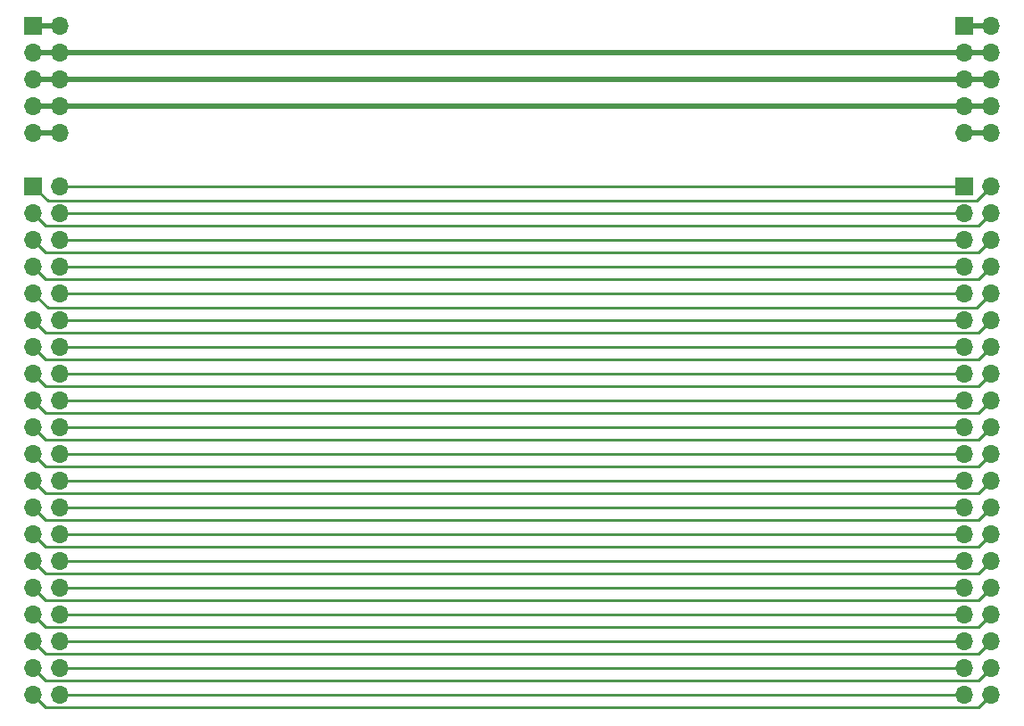
<source format=gbr>
%TF.GenerationSoftware,KiCad,Pcbnew,(6.0.4)*%
%TF.CreationDate,2022-06-04T07:03:01+03:00*%
%TF.ProjectId,Extension,45787465-6e73-4696-9f6e-2e6b69636164,rev?*%
%TF.SameCoordinates,Original*%
%TF.FileFunction,Copper,L1,Top*%
%TF.FilePolarity,Positive*%
%FSLAX46Y46*%
G04 Gerber Fmt 4.6, Leading zero omitted, Abs format (unit mm)*
G04 Created by KiCad (PCBNEW (6.0.4)) date 2022-06-04 07:03:01*
%MOMM*%
%LPD*%
G01*
G04 APERTURE LIST*
%TA.AperFunction,ComponentPad*%
%ADD10R,1.700000X1.700000*%
%TD*%
%TA.AperFunction,ComponentPad*%
%ADD11O,1.700000X1.700000*%
%TD*%
%TA.AperFunction,Conductor*%
%ADD12C,0.508000*%
%TD*%
%TA.AperFunction,Conductor*%
%ADD13C,0.250000*%
%TD*%
G04 APERTURE END LIST*
D10*
%TO.P,J3,1,Pin_1*%
%TO.N,/gnd*%
X187955000Y-59060000D03*
D11*
%TO.P,J3,2,Pin_2*%
X190495000Y-59060000D03*
%TO.P,J3,3,Pin_3*%
%TO.N,/+5V*%
X187955000Y-61600000D03*
%TO.P,J3,4,Pin_4*%
X190495000Y-61600000D03*
%TO.P,J3,5,Pin_5*%
%TO.N,/+12V*%
X187955000Y-64140000D03*
%TO.P,J3,6,Pin_6*%
X190495000Y-64140000D03*
%TO.P,J3,7,Pin_7*%
%TO.N,/v1*%
X187955000Y-66680000D03*
%TO.P,J3,8,Pin_8*%
X190495000Y-66680000D03*
%TO.P,J3,9,Pin_9*%
%TO.N,/gnd*%
X187955000Y-69220000D03*
%TO.P,J3,10,Pin_10*%
X190495000Y-69220000D03*
%TD*%
D10*
%TO.P,J4,1,Pin_1*%
%TO.N,/a01*%
X187960000Y-74295000D03*
D11*
%TO.P,J4,2,Pin_2*%
%TO.N,/a00*%
X190500000Y-74295000D03*
%TO.P,J4,3,Pin_3*%
%TO.N,/a03*%
X187960000Y-76835000D03*
%TO.P,J4,4,Pin_4*%
%TO.N,/a02*%
X190500000Y-76835000D03*
%TO.P,J4,5,Pin_5*%
%TO.N,/a05*%
X187960000Y-79375000D03*
%TO.P,J4,6,Pin_6*%
%TO.N,/a04*%
X190500000Y-79375000D03*
%TO.P,J4,7,Pin_7*%
%TO.N,/a07*%
X187960000Y-81915000D03*
%TO.P,J4,8,Pin_8*%
%TO.N,/a06*%
X190500000Y-81915000D03*
%TO.P,J4,9,Pin_9*%
%TO.N,/a09*%
X187960000Y-84455000D03*
%TO.P,J4,10,Pin_10*%
%TO.N,/a08*%
X190500000Y-84455000D03*
%TO.P,J4,11,Pin_11*%
%TO.N,/a11*%
X187960000Y-86995000D03*
%TO.P,J4,12,Pin_12*%
%TO.N,/a10*%
X190500000Y-86995000D03*
%TO.P,J4,13,Pin_13*%
%TO.N,/a13*%
X187960000Y-89535000D03*
%TO.P,J4,14,Pin_14*%
%TO.N,/a12*%
X190500000Y-89535000D03*
%TO.P,J4,15,Pin_15*%
%TO.N,/a15*%
X187960000Y-92075000D03*
%TO.P,J4,16,Pin_16*%
%TO.N,/a14*%
X190500000Y-92075000D03*
%TO.P,J4,17,Pin_17*%
%TO.N,/d01*%
X187960000Y-94615000D03*
%TO.P,J4,18,Pin_18*%
%TO.N,/d00*%
X190500000Y-94615000D03*
%TO.P,J4,19,Pin_19*%
%TO.N,/d03*%
X187960000Y-97155000D03*
%TO.P,J4,20,Pin_20*%
%TO.N,/d02*%
X190500000Y-97155000D03*
%TO.P,J4,21,Pin_21*%
%TO.N,/d05*%
X187960000Y-99695000D03*
%TO.P,J4,22,Pin_22*%
%TO.N,/d04*%
X190500000Y-99695000D03*
%TO.P,J4,23,Pin_23*%
%TO.N,/d07*%
X187960000Y-102235000D03*
%TO.P,J4,24,Pin_24*%
%TO.N,/d06*%
X190500000Y-102235000D03*
%TO.P,J4,25,Pin_25*%
%TO.N,/wr*%
X187960000Y-104775000D03*
%TO.P,J4,26,Pin_26*%
%TO.N,/mreq*%
X190500000Y-104775000D03*
%TO.P,J4,27,Pin_27*%
%TO.N,/rd*%
X187960000Y-107315000D03*
%TO.P,J4,28,Pin_28*%
%TO.N,/iorq*%
X190500000Y-107315000D03*
%TO.P,J4,29,Pin_29*%
%TO.N,/busack*%
X187960000Y-109855000D03*
%TO.P,J4,30,Pin_30*%
%TO.N,/busrq*%
X190500000Y-109855000D03*
%TO.P,J4,31,Pin_31*%
%TO.N,/halt*%
X187960000Y-112395000D03*
%TO.P,J4,32,Pin_32*%
%TO.N,/wait*%
X190500000Y-112395000D03*
%TO.P,J4,33,Pin_33*%
%TO.N,/int*%
X187960000Y-114935000D03*
%TO.P,J4,34,Pin_34*%
%TO.N,/nmi*%
X190500000Y-114935000D03*
%TO.P,J4,35,Pin_35*%
%TO.N,/s1*%
X187960000Y-117475000D03*
%TO.P,J4,36,Pin_36*%
%TO.N,/s0*%
X190500000Y-117475000D03*
%TO.P,J4,37,Pin_37*%
%TO.N,/m1*%
X187960000Y-120015000D03*
%TO.P,J4,38,Pin_38*%
%TO.N,/s2*%
X190500000Y-120015000D03*
%TO.P,J4,39,Pin_39*%
%TO.N,/clk*%
X187960000Y-122555000D03*
%TO.P,J4,40,Pin_40*%
%TO.N,/reset*%
X190500000Y-122555000D03*
%TD*%
D10*
%TO.P,J2,1,Pin_1*%
%TO.N,/a00*%
X99695000Y-74295000D03*
D11*
%TO.P,J2,2,Pin_2*%
%TO.N,/a01*%
X102235000Y-74295000D03*
%TO.P,J2,3,Pin_3*%
%TO.N,/a02*%
X99695000Y-76835000D03*
%TO.P,J2,4,Pin_4*%
%TO.N,/a03*%
X102235000Y-76835000D03*
%TO.P,J2,5,Pin_5*%
%TO.N,/a04*%
X99695000Y-79375000D03*
%TO.P,J2,6,Pin_6*%
%TO.N,/a05*%
X102235000Y-79375000D03*
%TO.P,J2,7,Pin_7*%
%TO.N,/a06*%
X99695000Y-81915000D03*
%TO.P,J2,8,Pin_8*%
%TO.N,/a07*%
X102235000Y-81915000D03*
%TO.P,J2,9,Pin_9*%
%TO.N,/a08*%
X99695000Y-84455000D03*
%TO.P,J2,10,Pin_10*%
%TO.N,/a09*%
X102235000Y-84455000D03*
%TO.P,J2,11,Pin_11*%
%TO.N,/a10*%
X99695000Y-86995000D03*
%TO.P,J2,12,Pin_12*%
%TO.N,/a11*%
X102235000Y-86995000D03*
%TO.P,J2,13,Pin_13*%
%TO.N,/a12*%
X99695000Y-89535000D03*
%TO.P,J2,14,Pin_14*%
%TO.N,/a13*%
X102235000Y-89535000D03*
%TO.P,J2,15,Pin_15*%
%TO.N,/a14*%
X99695000Y-92075000D03*
%TO.P,J2,16,Pin_16*%
%TO.N,/a15*%
X102235000Y-92075000D03*
%TO.P,J2,17,Pin_17*%
%TO.N,/d00*%
X99695000Y-94615000D03*
%TO.P,J2,18,Pin_18*%
%TO.N,/d01*%
X102235000Y-94615000D03*
%TO.P,J2,19,Pin_19*%
%TO.N,/d02*%
X99695000Y-97155000D03*
%TO.P,J2,20,Pin_20*%
%TO.N,/d03*%
X102235000Y-97155000D03*
%TO.P,J2,21,Pin_21*%
%TO.N,/d04*%
X99695000Y-99695000D03*
%TO.P,J2,22,Pin_22*%
%TO.N,/d05*%
X102235000Y-99695000D03*
%TO.P,J2,23,Pin_23*%
%TO.N,/d06*%
X99695000Y-102235000D03*
%TO.P,J2,24,Pin_24*%
%TO.N,/d07*%
X102235000Y-102235000D03*
%TO.P,J2,25,Pin_25*%
%TO.N,/mreq*%
X99695000Y-104775000D03*
%TO.P,J2,26,Pin_26*%
%TO.N,/wr*%
X102235000Y-104775000D03*
%TO.P,J2,27,Pin_27*%
%TO.N,/iorq*%
X99695000Y-107315000D03*
%TO.P,J2,28,Pin_28*%
%TO.N,/rd*%
X102235000Y-107315000D03*
%TO.P,J2,29,Pin_29*%
%TO.N,/busrq*%
X99695000Y-109855000D03*
%TO.P,J2,30,Pin_30*%
%TO.N,/busack*%
X102235000Y-109855000D03*
%TO.P,J2,31,Pin_31*%
%TO.N,/wait*%
X99695000Y-112395000D03*
%TO.P,J2,32,Pin_32*%
%TO.N,/halt*%
X102235000Y-112395000D03*
%TO.P,J2,33,Pin_33*%
%TO.N,/nmi*%
X99695000Y-114935000D03*
%TO.P,J2,34,Pin_34*%
%TO.N,/int*%
X102235000Y-114935000D03*
%TO.P,J2,35,Pin_35*%
%TO.N,/s0*%
X99695000Y-117475000D03*
%TO.P,J2,36,Pin_36*%
%TO.N,/s1*%
X102235000Y-117475000D03*
%TO.P,J2,37,Pin_37*%
%TO.N,/s2*%
X99695000Y-120015000D03*
%TO.P,J2,38,Pin_38*%
%TO.N,/m1*%
X102235000Y-120015000D03*
%TO.P,J2,39,Pin_39*%
%TO.N,/reset*%
X99695000Y-122555000D03*
%TO.P,J2,40,Pin_40*%
%TO.N,/clk*%
X102235000Y-122555000D03*
%TD*%
D10*
%TO.P,J1,1,Pin_1*%
%TO.N,/gnd*%
X99690000Y-59060000D03*
D11*
%TO.P,J1,2,Pin_2*%
X102230000Y-59060000D03*
%TO.P,J1,3,Pin_3*%
%TO.N,/+5V*%
X99690000Y-61600000D03*
%TO.P,J1,4,Pin_4*%
X102230000Y-61600000D03*
%TO.P,J1,5,Pin_5*%
%TO.N,/+12V*%
X99690000Y-64140000D03*
%TO.P,J1,6,Pin_6*%
X102230000Y-64140000D03*
%TO.P,J1,7,Pin_7*%
%TO.N,/v1*%
X99690000Y-66680000D03*
%TO.P,J1,8,Pin_8*%
X102230000Y-66680000D03*
%TO.P,J1,9,Pin_9*%
%TO.N,/gnd*%
X99690000Y-69220000D03*
%TO.P,J1,10,Pin_10*%
X102230000Y-69220000D03*
%TD*%
D12*
%TO.N,/gnd*%
X99690000Y-59060000D02*
X102230000Y-59060000D01*
X99690000Y-69220000D02*
X102230000Y-69220000D01*
X187955000Y-59060000D02*
X190495000Y-59060000D01*
X187955000Y-69220000D02*
X190495000Y-69220000D01*
%TO.N,/+5V*%
X102230000Y-61600000D02*
X187955000Y-61600000D01*
X99690000Y-61600000D02*
X102230000Y-61600000D01*
X187955000Y-61600000D02*
X190495000Y-61600000D01*
%TO.N,/+12V*%
X187955000Y-64140000D02*
X190495000Y-64140000D01*
X102230000Y-64140000D02*
X187955000Y-64140000D01*
X99690000Y-64140000D02*
X102230000Y-64140000D01*
%TO.N,/v1*%
X187955000Y-66680000D02*
X190495000Y-66680000D01*
X102230000Y-66680000D02*
X187955000Y-66680000D01*
X99690000Y-66680000D02*
X102230000Y-66680000D01*
D13*
%TO.N,/a00*%
X99695000Y-74295000D02*
X101060489Y-75660489D01*
X101060489Y-75660489D02*
X189134511Y-75660489D01*
X189134511Y-75660489D02*
X190500000Y-74295000D01*
%TO.N,/a01*%
X102235000Y-74295000D02*
X187960000Y-74295000D01*
%TO.N,/a02*%
X189325489Y-78009511D02*
X100869511Y-78009511D01*
X100869511Y-78009511D02*
X99695000Y-76835000D01*
X190500000Y-76835000D02*
X189325489Y-78009511D01*
%TO.N,/a03*%
X102235000Y-76835000D02*
X187960000Y-76835000D01*
%TO.N,/a04*%
X99695000Y-79375000D02*
X100869511Y-80549511D01*
X189325489Y-80549511D02*
X190500000Y-79375000D01*
X100869511Y-80549511D02*
X189325489Y-80549511D01*
%TO.N,/a05*%
X102235000Y-79375000D02*
X187960000Y-79375000D01*
%TO.N,/a06*%
X189325489Y-83089511D02*
X100869511Y-83089511D01*
X100869511Y-83089511D02*
X99695000Y-81915000D01*
X190500000Y-81915000D02*
X189325489Y-83089511D01*
%TO.N,/a07*%
X187960000Y-81915000D02*
X102235000Y-81915000D01*
%TO.N,/a08*%
X189134511Y-85820489D02*
X190500000Y-84455000D01*
X101060489Y-85820489D02*
X189134511Y-85820489D01*
X99695000Y-84455000D02*
X101060489Y-85820489D01*
%TO.N,/a09*%
X102235000Y-84455000D02*
X187960000Y-84455000D01*
%TO.N,/a10*%
X100869511Y-88169511D02*
X99695000Y-86995000D01*
X189325489Y-88169511D02*
X100869511Y-88169511D01*
X190500000Y-86995000D02*
X189325489Y-88169511D01*
%TO.N,/a11*%
X187960000Y-86995000D02*
X102235000Y-86995000D01*
%TO.N,/a12*%
X189325489Y-90709511D02*
X190500000Y-89535000D01*
X100869511Y-90709511D02*
X189325489Y-90709511D01*
X99695000Y-89535000D02*
X100869511Y-90709511D01*
%TO.N,/a13*%
X102235000Y-89535000D02*
X187960000Y-89535000D01*
%TO.N,/a14*%
X99695000Y-92075000D02*
X100869511Y-93249511D01*
X189325489Y-93249511D02*
X190500000Y-92075000D01*
X100869511Y-93249511D02*
X189325489Y-93249511D01*
%TO.N,/a15*%
X187960000Y-92075000D02*
X102235000Y-92075000D01*
%TO.N,/d00*%
X100869511Y-95789511D02*
X189325489Y-95789511D01*
X189325489Y-95789511D02*
X190500000Y-94615000D01*
X99695000Y-94615000D02*
X100869511Y-95789511D01*
%TO.N,/d01*%
X102235000Y-94615000D02*
X187960000Y-94615000D01*
%TO.N,/d02*%
X189325489Y-98329511D02*
X190500000Y-97155000D01*
X99695000Y-97155000D02*
X100869511Y-98329511D01*
X100869511Y-98329511D02*
X189325489Y-98329511D01*
%TO.N,/d03*%
X187960000Y-97155000D02*
X102235000Y-97155000D01*
%TO.N,/d04*%
X100869511Y-100869511D02*
X189325489Y-100869511D01*
X189325489Y-100869511D02*
X190500000Y-99695000D01*
X99695000Y-99695000D02*
X100869511Y-100869511D01*
%TO.N,/d05*%
X102235000Y-99695000D02*
X187960000Y-99695000D01*
%TO.N,/d06*%
X99695000Y-102235000D02*
X100869511Y-103409511D01*
X100869511Y-103409511D02*
X189325489Y-103409511D01*
X189325489Y-103409511D02*
X190500000Y-102235000D01*
%TO.N,/d07*%
X187960000Y-102235000D02*
X102235000Y-102235000D01*
%TO.N,/mreq*%
X100869511Y-105949511D02*
X189325489Y-105949511D01*
X99695000Y-104775000D02*
X100869511Y-105949511D01*
X189325489Y-105949511D02*
X190500000Y-104775000D01*
%TO.N,/wr*%
X102235000Y-104775000D02*
X187960000Y-104775000D01*
%TO.N,/iorq*%
X99695000Y-107315000D02*
X100869511Y-108489511D01*
X189325489Y-108489511D02*
X190500000Y-107315000D01*
X100869511Y-108489511D02*
X189325489Y-108489511D01*
%TO.N,/rd*%
X187960000Y-107315000D02*
X102235000Y-107315000D01*
%TO.N,/busrq*%
X99695000Y-109855000D02*
X100869511Y-111029511D01*
X100869511Y-111029511D02*
X189325489Y-111029511D01*
X189325489Y-111029511D02*
X190500000Y-109855000D01*
%TO.N,/busack*%
X102235000Y-109855000D02*
X187960000Y-109855000D01*
%TO.N,/wait*%
X100869511Y-113569511D02*
X189325489Y-113569511D01*
X189325489Y-113569511D02*
X190500000Y-112395000D01*
X99695000Y-112395000D02*
X100869511Y-113569511D01*
%TO.N,/halt*%
X187960000Y-112395000D02*
X102235000Y-112395000D01*
%TO.N,/nmi*%
X99695000Y-114935000D02*
X100869511Y-116109511D01*
X189325489Y-116109511D02*
X190500000Y-114935000D01*
X100869511Y-116109511D02*
X189325489Y-116109511D01*
%TO.N,/int*%
X102235000Y-114935000D02*
X187960000Y-114935000D01*
%TO.N,/s0*%
X100869511Y-118649511D02*
X189325489Y-118649511D01*
X99695000Y-117475000D02*
X100869511Y-118649511D01*
X189325489Y-118649511D02*
X190500000Y-117475000D01*
%TO.N,/s1*%
X187960000Y-117475000D02*
X102235000Y-117475000D01*
%TO.N,/s2*%
X100869511Y-121189511D02*
X189325489Y-121189511D01*
X189325489Y-121189511D02*
X190500000Y-120015000D01*
X99695000Y-120015000D02*
X100869511Y-121189511D01*
%TO.N,/m1*%
X102235000Y-120015000D02*
X187960000Y-120015000D01*
%TO.N,/reset*%
X189325489Y-123729511D02*
X190500000Y-122555000D01*
X99695000Y-122555000D02*
X100869511Y-123729511D01*
X100869511Y-123729511D02*
X189325489Y-123729511D01*
%TO.N,/clk*%
X187960000Y-122555000D02*
X102235000Y-122555000D01*
%TD*%
M02*

</source>
